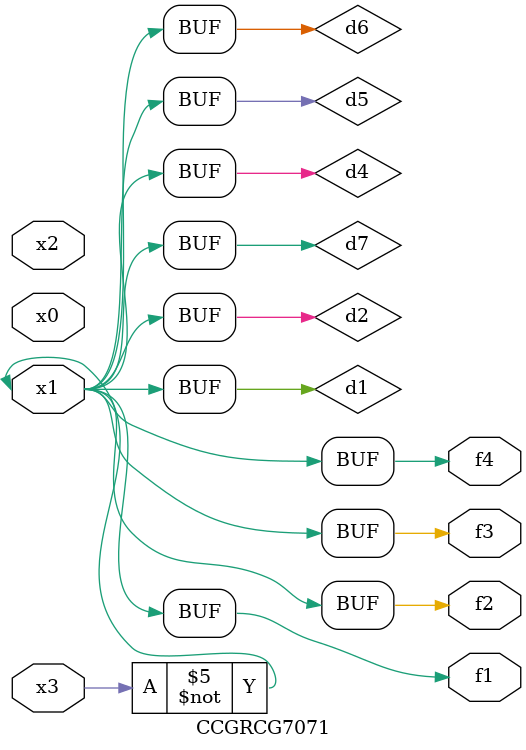
<source format=v>
module CCGRCG7071(
	input x0, x1, x2, x3,
	output f1, f2, f3, f4
);

	wire d1, d2, d3, d4, d5, d6, d7;

	not (d1, x3);
	buf (d2, x1);
	xnor (d3, d1, d2);
	nor (d4, d1);
	buf (d5, d1, d2);
	buf (d6, d4, d5);
	nand (d7, d4);
	assign f1 = d6;
	assign f2 = d7;
	assign f3 = d6;
	assign f4 = d6;
endmodule

</source>
